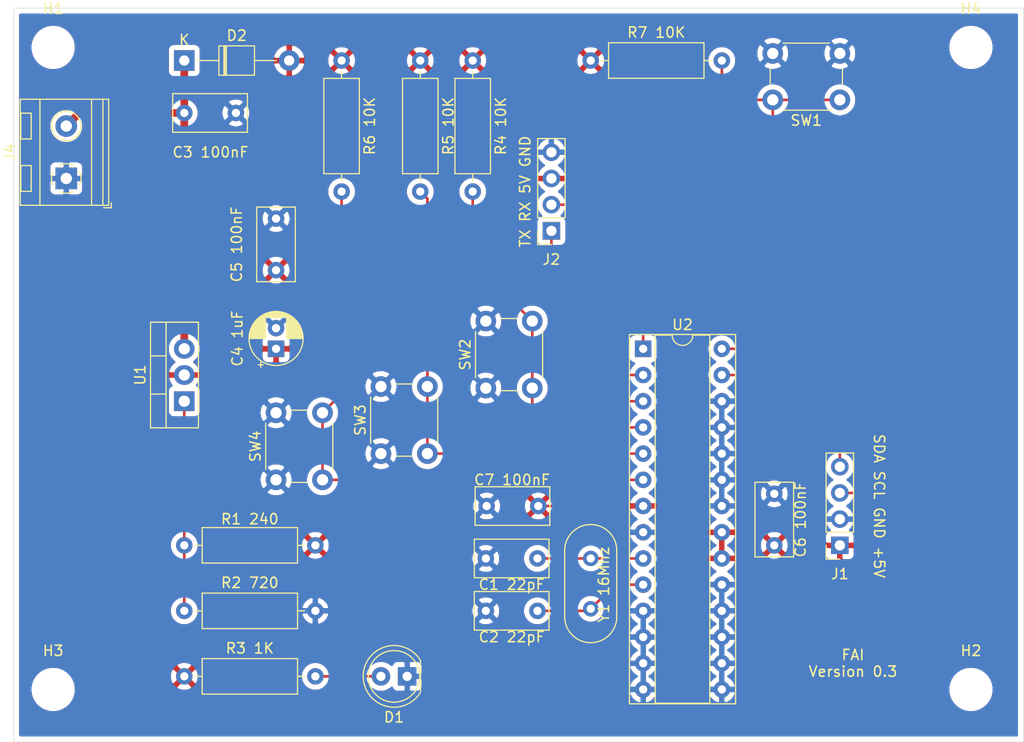
<source format=kicad_pcb>
(kicad_pcb (version 20171130) (host pcbnew "(5.1.6)-1")
  (layers (0 F.Cu signal) (31 B.Cu signal) (34 B.Paste user) (35 F.Paste user) (36 B.SilkS user) (37 F.SilkS user) (38 B.Mask user) (39 F.Mask user) (44 Edge.Cuts user))
  (net 0 "")
  (net 1 "Net-(C1-Pad2)")
  (net 2 GND)
  (net 3 "Net-(C2-Pad2)")
  (net 4 +28V)
  (net 5 +5V)
  (net 6 "Net-(D1-Pad2)")
  (net 7 "Net-(R1-Pad2)")
  (net 8 /PIN2)
  (net 9 /PIN3)
  (net 10 /PIN4)
  (net 11 /SCL)
  (net 12 /SDA)
  (net 13 "Net-(R7-Pad2)")
  (net 14 /RX)
  (net 15 /TX)
  (module Capacitor_THT:C_Rect_L7.0mm_W3.5mm_P5.00mm (layer F.Cu) (at 62.23 129.54 90)
    (fp_text reference "C5 100nF" (at 2.5 -3.81 90) (layer F.SilkS))
    (fp_text value 100nF)
    (fp_line (start 6.12 -1.87) (end 6.12 1.87) (layer F.SilkS) (width 0.12))
    (fp_line (start -1.12 -1.87) (end -1.12 1.87) (layer F.SilkS) (width 0.12))
    (fp_line (start -1.12 1.87) (end 6.12 1.87) (layer F.SilkS) (width 0.12))
    (fp_line (start -1.12 -1.87) (end 6.12 -1.87) (layer F.SilkS) (width 0.12))
    (pad 2 thru_hole circle (at 5 0 90) (size 1.6 1.6) (drill 0.8) (layers *.Cu *.Mask) (net 2 GND))
    (pad 1 thru_hole circle (at 0 0 90) (size 1.6 1.6) (drill 0.8) (layers *.Cu *.Mask) (net 5 +5V))
  )
  (module "Button THT:SW_PUSH_6mm_H5mm" (layer F.Cu) (at 62.23 149.86 90)
    (fp_text reference SW4 (at 3.25 -2 90) (layer F.SilkS))
    (fp_text value SW_Push)
    (fp_line (start 1 5.5) (end 5.5 5.5) (layer F.SilkS) (width 0.12))
    (fp_line (start -0.25 1.5) (end -0.25 3) (layer F.SilkS) (width 0.12))
    (fp_line (start 5.5 -1) (end 1 -1) (layer F.SilkS) (width 0.12))
    (fp_line (start 6.75 3) (end 6.75 1.5) (layer F.SilkS) (width 0.12))
    (pad 1 thru_hole circle (at 6.5 0 180) (size 2 2) (drill 1.1) (layers *.Cu *.Mask) (net 2 GND))
    (pad 2 thru_hole circle (at 6.5 4.5 180) (size 2 2) (drill 1.1) (layers *.Cu *.Mask) (net 10 /PIN4))
    (pad 1 thru_hole circle (at 0 0 180) (size 2 2) (drill 1.1) (layers *.Cu *.Mask) (net 2 GND))
    (pad 2 thru_hole circle (at 0 4.5 180) (size 2 2) (drill 1.1) (layers *.Cu *.Mask) (net 10 /PIN4))
  )
  (module "Connector THT:PinSocket_1x04_P2.54mm_Vertical" (layer F.Cu) (at 88.9 125.73 180)
    (fp_text reference J2 (at 0 -2.77) (layer F.SilkS))
    (fp_text value Conn_01x04_Female)
    (fp_line (start 0 -1.33) (end 1.33 -1.33) (layer F.SilkS) (width 0.12))
    (fp_line (start 1.33 -1.33) (end 1.33 0) (layer F.SilkS) (width 0.12))
    (fp_line (start 1.33 1.27) (end 1.33 8.95) (layer F.SilkS) (width 0.12))
    (fp_line (start -1.33 8.95) (end 1.33 8.95) (layer F.SilkS) (width 0.12))
    (fp_line (start -1.33 1.27) (end -1.33 8.95) (layer F.SilkS) (width 0.12))
    (fp_line (start -1.33 1.27) (end 1.33 1.27) (layer F.SilkS) (width 0.12))
    (pad 4 thru_hole oval (at 0 7.62 180) (size 1.7 1.7) (drill 1) (layers *.Cu *.Mask) (net 2 GND))
    (pad 3 thru_hole oval (at 0 5.08 180) (size 1.7 1.7) (drill 1) (layers *.Cu *.Mask) (net 5 +5V))
    (pad 2 thru_hole oval (at 0 2.54 180) (size 1.7 1.7) (drill 1) (layers *.Cu *.Mask) (net 14 /RX))
    (pad 1 thru_hole rect (at 0 0 180) (size 1.7 1.7) (drill 1) (layers *.Cu *.Mask) (net 15 /TX))
  )
  (module "Connector THT:PinSocket_1x04_P2.54mm_Vertical" (layer F.Cu) (at 116.84 156.21 180)
    (fp_text reference J1 (at 0 -2.77 180) (layer F.SilkS))
    (fp_text value Conn_01x04_Female)
    (fp_line (start 0 -1.33) (end 1.33 -1.33) (layer F.SilkS) (width 0.12))
    (fp_line (start 1.33 -1.33) (end 1.33 0) (layer F.SilkS) (width 0.12))
    (fp_line (start 1.33 1.27) (end 1.33 8.95) (layer F.SilkS) (width 0.12))
    (fp_line (start -1.33 8.95) (end 1.33 8.95) (layer F.SilkS) (width 0.12))
    (fp_line (start -1.33 1.27) (end -1.33 8.95) (layer F.SilkS) (width 0.12))
    (fp_line (start -1.33 1.27) (end 1.33 1.27) (layer F.SilkS) (width 0.12))
    (pad 4 thru_hole oval (at 0 7.62 180) (size 1.7 1.7) (drill 1) (layers *.Cu *.Mask) (net 12 /SDA))
    (pad 3 thru_hole oval (at 0 5.08 180) (size 1.7 1.7) (drill 1) (layers *.Cu *.Mask) (net 11 /SCL))
    (pad 2 thru_hole oval (at 0 2.54 180) (size 1.7 1.7) (drill 1) (layers *.Cu *.Mask) (net 2 GND))
    (pad 1 thru_hole rect (at 0 0 180) (size 1.7 1.7) (drill 1) (layers *.Cu *.Mask) (net 5 +5V))
  )
  (module Quartz:Crystal_HC49-4H_Vertical (layer F.Cu) (at 92.71 157.48 270)
    (fp_text reference "Y1 16Mhz" (at 2.54 -1.27 90) (layer F.SilkS))
    (fp_text value 16Mhz)
    (fp_line (start -0.76 2.525) (end 5.64 2.525) (layer F.SilkS) (width 0.12))
    (fp_line (start -0.76 -2.525) (end 5.64 -2.525) (layer F.SilkS) (width 0.12))
    (fp_arc (start 5.64 0) (end 5.64 -2.525) (angle 180) (layer F.SilkS) (width 0.12))
    (fp_arc (start -0.76 0) (end -0.76 -2.525) (angle -180) (layer F.SilkS) (width 0.12))
    (pad 2 thru_hole circle (at 4.88 0 270) (size 1.5 1.5) (drill 0.8) (layers *.Cu *.Mask) (net 3 "Net-(C2-Pad2)"))
    (pad 1 thru_hole circle (at 0 0 270) (size 1.5 1.5) (drill 0.8) (layers *.Cu *.Mask) (net 1 "Net-(C1-Pad2)"))
  )
  (module "TO SOT THT:TO-220-3_Vertical" (layer F.Cu) (at 53.34 142.24 90)
    (fp_text reference U1 (at 2.54 -4.27 90) (layer F.SilkS))
    (fp_text value LM317_TO-220)
    (fp_line (start 4.391 -3.27) (end 4.391 -1.76) (layer F.SilkS) (width 0.12))
    (fp_line (start 0.69 -3.27) (end 0.69 -1.76) (layer F.SilkS) (width 0.12))
    (fp_line (start -2.58 -1.76) (end 7.66 -1.76) (layer F.SilkS) (width 0.12))
    (fp_line (start 7.66 -3.27) (end 7.66 1.371) (layer F.SilkS) (width 0.12))
    (fp_line (start -2.58 -3.27) (end -2.58 1.371) (layer F.SilkS) (width 0.12))
    (fp_line (start -2.58 1.371) (end 7.66 1.371) (layer F.SilkS) (width 0.12))
    (fp_line (start -2.58 -3.27) (end 7.66 -3.27) (layer F.SilkS) (width 0.12))
    (pad 3 thru_hole oval (at 5.08 0 90) (size 1.905 2) (drill 1.1) (layers *.Cu *.Mask) (net 4 +28V))
    (pad 2 thru_hole oval (at 2.54 0 90) (size 1.905 2) (drill 1.1) (layers *.Cu *.Mask) (net 5 +5V))
    (pad 1 thru_hole rect (at 0 0 90) (size 1.905 2) (drill 1.1) (layers *.Cu *.Mask) (net 7 "Net-(R1-Pad2)"))
  )
  (module "Button THT:SW_PUSH_6mm_H5mm" (layer F.Cu) (at 72.39 147.32 90)
    (fp_text reference SW3 (at 3.25 -2 270) (layer F.SilkS))
    (fp_text value SW_Push)
    (fp_line (start 6.75 3) (end 6.75 1.5) (layer F.SilkS) (width 0.12))
    (fp_line (start 5.5 -1) (end 1 -1) (layer F.SilkS) (width 0.12))
    (fp_line (start -0.25 1.5) (end -0.25 3) (layer F.SilkS) (width 0.12))
    (fp_line (start 1 5.5) (end 5.5 5.5) (layer F.SilkS) (width 0.12))
    (pad 1 thru_hole circle (at 6.5 0 180) (size 2 2) (drill 1.1) (layers *.Cu *.Mask) (net 2 GND))
    (pad 2 thru_hole circle (at 6.5 4.5 180) (size 2 2) (drill 1.1) (layers *.Cu *.Mask) (net 9 /PIN3))
    (pad 1 thru_hole circle (at 0 0 180) (size 2 2) (drill 1.1) (layers *.Cu *.Mask) (net 2 GND))
    (pad 2 thru_hole circle (at 0 4.5 180) (size 2 2) (drill 1.1) (layers *.Cu *.Mask) (net 9 /PIN3))
  )
  (module "Button THT:SW_PUSH_6mm_H5mm" (layer F.Cu) (at 82.55 140.97 90)
    (fp_text reference SW2 (at 3.25 -2 270) (layer F.SilkS))
    (fp_text value SW_Push)
    (fp_line (start 6.75 3) (end 6.75 1.5) (layer F.SilkS) (width 0.12))
    (fp_line (start 5.5 -1) (end 1 -1) (layer F.SilkS) (width 0.12))
    (fp_line (start -0.25 1.5) (end -0.25 3) (layer F.SilkS) (width 0.12))
    (fp_line (start 1 5.5) (end 5.5 5.5) (layer F.SilkS) (width 0.12))
    (pad 1 thru_hole circle (at 6.5 0 180) (size 2 2) (drill 1.1) (layers *.Cu *.Mask) (net 2 GND))
    (pad 2 thru_hole circle (at 6.5 4.5 180) (size 2 2) (drill 1.1) (layers *.Cu *.Mask) (net 8 /PIN2))
    (pad 1 thru_hole circle (at 0 0 180) (size 2 2) (drill 1.1) (layers *.Cu *.Mask) (net 2 GND))
    (pad 2 thru_hole circle (at 0 4.5 180) (size 2 2) (drill 1.1) (layers *.Cu *.Mask) (net 8 /PIN2))
  )
  (module "Button THT:SW_PUSH_6mm_H5mm" (layer F.Cu) (at 116.84 113.03 180)
    (fp_text reference SW1 (at 3.25 -2 180) (layer F.SilkS))
    (fp_text value SW_Push_Reset)
    (fp_line (start 6.75 3) (end 6.75 1.5) (layer F.SilkS) (width 0.12))
    (fp_line (start 5.5 -1) (end 1 -1) (layer F.SilkS) (width 0.12))
    (fp_line (start -0.25 1.5) (end -0.25 3) (layer F.SilkS) (width 0.12))
    (fp_line (start 1 5.5) (end 5.5 5.5) (layer F.SilkS) (width 0.12))
    (pad 1 thru_hole circle (at 6.5 0 270) (size 2 2) (drill 1.1) (layers *.Cu *.Mask) (net 13 "Net-(R7-Pad2)"))
    (pad 2 thru_hole circle (at 6.5 4.5 270) (size 2 2) (drill 1.1) (layers *.Cu *.Mask) (net 2 GND))
    (pad 1 thru_hole circle (at 0 0 270) (size 2 2) (drill 1.1) (layers *.Cu *.Mask) (net 13 "Net-(R7-Pad2)"))
    (pad 2 thru_hole circle (at 0 4.5 270) (size 2 2) (drill 1.1) (layers *.Cu *.Mask) (net 2 GND))
  )
  (module LED:LED_D5.0mm_Clear (layer F.Cu) (at 74.93 168.91 180)
    (fp_text reference D1 (at 1.27 -3.96) (layer F.SilkS))
    (fp_text value "Power LED")
    (fp_circle (center 1.27 0) (end 3.77 0) (layer F.SilkS) (width 0.12))
    (fp_line (start -1.29 -1.545) (end -1.29 1.545) (layer F.SilkS) (width 0.12))
    (fp_arc (start 1.27 0) (end -1.29 1.54483) (angle -148.9) (layer F.SilkS) (width 0.12))
    (fp_arc (start 1.27 0) (end -1.29 -1.54483) (angle 148.9) (layer F.SilkS) (width 0.12))
    (pad 2 thru_hole circle (at 2.54 0 180) (size 1.8 1.8) (drill 0.9) (layers *.Cu *.Mask) (net 6 "Net-(D1-Pad2)"))
    (pad 1 thru_hole rect (at 0 0 180) (size 1.8 1.8) (drill 0.9) (layers *.Cu *.Mask) (net 2 GND))
  )
  (module "Capacitor THT:C_Rect_L7.0mm_W3.5mm_P5.00mm" (layer F.Cu) (at 82.55 157.48)
    (fp_text reference "C1 22pF" (at 2.5 2.54) (layer F.SilkS))
    (fp_text value 22pf)
    (fp_line (start 6.12 -1.87) (end 6.12 1.87) (layer F.SilkS) (width 0.12))
    (fp_line (start -1.12 -1.87) (end -1.12 1.87) (layer F.SilkS) (width 0.12))
    (fp_line (start -1.12 1.87) (end 6.12 1.87) (layer F.SilkS) (width 0.12))
    (fp_line (start -1.12 -1.87) (end 6.12 -1.87) (layer F.SilkS) (width 0.12))
    (pad 2 thru_hole circle (at 5 0) (size 1.6 1.6) (drill 0.8) (layers *.Cu *.Mask) (net 1 "Net-(C1-Pad2)"))
    (pad 1 thru_hole circle (at 0 0) (size 1.6 1.6) (drill 0.8) (layers *.Cu *.Mask) (net 2 GND))
  )
  (module "Capacitor THT:C_Rect_L7.0mm_W3.5mm_P5.00mm" (layer F.Cu) (at 82.55 162.56)
    (fp_text reference "C2 22pF" (at 2.5 2.54) (layer F.SilkS))
    (fp_text value 22pf)
    (fp_line (start -1.12 -1.87) (end 6.12 -1.87) (layer F.SilkS) (width 0.12))
    (fp_line (start -1.12 1.87) (end 6.12 1.87) (layer F.SilkS) (width 0.12))
    (fp_line (start -1.12 -1.87) (end -1.12 1.87) (layer F.SilkS) (width 0.12))
    (fp_line (start 6.12 -1.87) (end 6.12 1.87) (layer F.SilkS) (width 0.12))
    (pad 1 thru_hole circle (at 0 0) (size 1.6 1.6) (drill 0.8) (layers *.Cu *.Mask) (net 2 GND))
    (pad 2 thru_hole circle (at 5 0) (size 1.6 1.6) (drill 0.8) (layers *.Cu *.Mask) (net 3 "Net-(C2-Pad2)"))
  )
  (module Capacitor_THT:C_Rect_L7.0mm_W3.5mm_P5.00mm (layer F.Cu) (at 53.34 114.3)
    (fp_text reference "C3 100nF" (at 2.54 3.81) (layer F.SilkS))
    (fp_text value 100nF)
    (fp_line (start -1.12 -1.87) (end 6.12 -1.87) (layer F.SilkS) (width 0.12))
    (fp_line (start -1.12 1.87) (end 6.12 1.87) (layer F.SilkS) (width 0.12))
    (fp_line (start -1.12 -1.87) (end -1.12 1.87) (layer F.SilkS) (width 0.12))
    (fp_line (start 6.12 -1.87) (end 6.12 1.87) (layer F.SilkS) (width 0.12))
    (pad 1 thru_hole circle (at 0 0) (size 1.6 1.6) (drill 0.8) (layers *.Cu *.Mask) (net 4 +28V))
    (pad 2 thru_hole circle (at 5 0) (size 1.6 1.6) (drill 0.8) (layers *.Cu *.Mask) (net 2 GND))
  )
  (module "Capacitor THT:CP_Radial_D5.0mm_P2.00mm" (layer F.Cu) (at 62.23 137.16 90)
    (fp_text reference "C4 1uF" (at 1 -3.75 90) (layer F.SilkS))
    (fp_text value 1uF)
    (fp_circle (center 1 0) (end 3.62 0) (layer F.SilkS) (width 0.12))
    (fp_line (start 1 1.04) (end 1 2.58) (layer F.SilkS) (width 0.12))
    (fp_line (start 1 -2.58) (end 1 -1.04) (layer F.SilkS) (width 0.12))
    (fp_line (start 1.04 1.04) (end 1.04 2.58) (layer F.SilkS) (width 0.12))
    (fp_line (start 1.04 -2.58) (end 1.04 -1.04) (layer F.SilkS) (width 0.12))
    (fp_line (start 1.08 -2.579) (end 1.08 -1.04) (layer F.SilkS) (width 0.12))
    (fp_line (start 1.08 1.04) (end 1.08 2.579) (layer F.SilkS) (width 0.12))
    (fp_line (start 1.12 -2.578) (end 1.12 -1.04) (layer F.SilkS) (width 0.12))
    (fp_line (start 1.12 1.04) (end 1.12 2.578) (layer F.SilkS) (width 0.12))
    (fp_line (start 1.16 -2.576) (end 1.16 -1.04) (layer F.SilkS) (width 0.12))
    (fp_line (start 1.16 1.04) (end 1.16 2.576) (layer F.SilkS) (width 0.12))
    (fp_line (start 1.2 -2.573) (end 1.2 -1.04) (layer F.SilkS) (width 0.12))
    (fp_line (start 1.2 1.04) (end 1.2 2.573) (layer F.SilkS) (width 0.12))
    (fp_line (start 1.24 -2.569) (end 1.24 -1.04) (layer F.SilkS) (width 0.12))
    (fp_line (start 1.24 1.04) (end 1.24 2.569) (layer F.SilkS) (width 0.12))
    (fp_line (start 1.28 -2.565) (end 1.28 -1.04) (layer F.SilkS) (width 0.12))
    (fp_line (start 1.28 1.04) (end 1.28 2.565) (layer F.SilkS) (width 0.12))
    (fp_line (start 1.32 -2.561) (end 1.32 -1.04) (layer F.SilkS) (width 0.12))
    (fp_line (start 1.32 1.04) (end 1.32 2.561) (layer F.SilkS) (width 0.12))
    (fp_line (start 1.36 -2.556) (end 1.36 -1.04) (layer F.SilkS) (width 0.12))
    (fp_line (start 1.36 1.04) (end 1.36 2.556) (layer F.SilkS) (width 0.12))
    (fp_line (start 1.4 -2.55) (end 1.4 -1.04) (layer F.SilkS) (width 0.12))
    (fp_line (start 1.4 1.04) (end 1.4 2.55) (layer F.SilkS) (width 0.12))
    (fp_line (start 1.44 -2.543) (end 1.44 -1.04) (layer F.SilkS) (width 0.12))
    (fp_line (start 1.44 1.04) (end 1.44 2.543) (layer F.SilkS) (width 0.12))
    (fp_line (start 1.48 -2.536) (end 1.48 -1.04) (layer F.SilkS) (width 0.12))
    (fp_line (start 1.48 1.04) (end 1.48 2.536) (layer F.SilkS) (width 0.12))
    (fp_line (start 1.52 -2.528) (end 1.52 -1.04) (layer F.SilkS) (width 0.12))
    (fp_line (start 1.52 1.04) (end 1.52 2.528) (layer F.SilkS) (width 0.12))
    (fp_line (start 1.56 -2.52) (end 1.56 -1.04) (layer F.SilkS) (width 0.12))
    (fp_line (start 1.56 1.04) (end 1.56 2.52) (layer F.SilkS) (width 0.12))
    (fp_line (start 1.6 -2.511) (end 1.6 -1.04) (layer F.SilkS) (width 0.12))
    (fp_line (start 1.6 1.04) (end 1.6 2.511) (layer F.SilkS) (width 0.12))
    (fp_line (start 1.64 -2.501) (end 1.64 -1.04) (layer F.SilkS) (width 0.12))
    (fp_line (start 1.64 1.04) (end 1.64 2.501) (layer F.SilkS) (width 0.12))
    (fp_line (start 1.68 -2.491) (end 1.68 -1.04) (layer F.SilkS) (width 0.12))
    (fp_line (start 1.68 1.04) (end 1.68 2.491) (layer F.SilkS) (width 0.12))
    (fp_line (start 1.721 -2.48) (end 1.721 -1.04) (layer F.SilkS) (width 0.12))
    (fp_line (start 1.721 1.04) (end 1.721 2.48) (layer F.SilkS) (width 0.12))
    (fp_line (start 1.761 -2.468) (end 1.761 -1.04) (layer F.SilkS) (width 0.12))
    (fp_line (start 1.761 1.04) (end 1.761 2.468) (layer F.SilkS) (width 0.12))
    (fp_line (start 1.801 -2.455) (end 1.801 -1.04) (layer F.SilkS) (width 0.12))
    (fp_line (start 1.801 1.04) (end 1.801 2.455) (layer F.SilkS) (width 0.12))
    (fp_line (start 1.841 -2.442) (end 1.841 -1.04) (layer F.SilkS) (width 0.12))
    (fp_line (start 1.841 1.04) (end 1.841 2.442) (layer F.SilkS) (width 0.12))
    (fp_line (start 1.881 -2.428) (end 1.881 -1.04) (layer F.SilkS) (width 0.12))
    (fp_line (start 1.881 1.04) (end 1.881 2.428) (layer F.SilkS) (width 0.12))
    (fp_line (start 1.921 -2.414) (end 1.921 -1.04) (layer F.SilkS) (width 0.12))
    (fp_line (start 1.921 1.04) (end 1.921 2.414) (layer F.SilkS) (width 0.12))
    (fp_line (start 1.961 -2.398) (end 1.961 -1.04) (layer F.SilkS) (width 0.12))
    (fp_line (start 1.961 1.04) (end 1.961 2.398) (layer F.SilkS) (width 0.12))
    (fp_line (start 2.001 -2.382) (end 2.001 -1.04) (layer F.SilkS) (width 0.12))
    (fp_line (start 2.001 1.04) (end 2.001 2.382) (layer F.SilkS) (width 0.12))
    (fp_line (start 2.041 -2.365) (end 2.041 -1.04) (layer F.SilkS) (width 0.12))
    (fp_line (start 2.041 1.04) (end 2.041 2.365) (layer F.SilkS) (width 0.12))
    (fp_line (start 2.081 -2.348) (end 2.081 -1.04) (layer F.SilkS) (width 0.12))
    (fp_line (start 2.081 1.04) (end 2.081 2.348) (layer F.SilkS) (width 0.12))
    (fp_line (start 2.121 -2.329) (end 2.121 -1.04) (layer F.SilkS) (width 0.12))
    (fp_line (start 2.121 1.04) (end 2.121 2.329) (layer F.SilkS) (width 0.12))
    (fp_line (start 2.161 -2.31) (end 2.161 -1.04) (layer F.SilkS) (width 0.12))
    (fp_line (start 2.161 1.04) (end 2.161 2.31) (layer F.SilkS) (width 0.12))
    (fp_line (start 2.201 -2.29) (end 2.201 -1.04) (layer F.SilkS) (width 0.12))
    (fp_line (start 2.201 1.04) (end 2.201 2.29) (layer F.SilkS) (width 0.12))
    (fp_line (start 2.241 -2.268) (end 2.241 -1.04) (layer F.SilkS) (width 0.12))
    (fp_line (start 2.241 1.04) (end 2.241 2.268) (layer F.SilkS) (width 0.12))
    (fp_line (start 2.281 -2.247) (end 2.281 -1.04) (layer F.SilkS) (width 0.12))
    (fp_line (start 2.281 1.04) (end 2.281 2.247) (layer F.SilkS) (width 0.12))
    (fp_line (start 2.321 -2.224) (end 2.321 -1.04) (layer F.SilkS) (width 0.12))
    (fp_line (start 2.321 1.04) (end 2.321 2.224) (layer F.SilkS) (width 0.12))
    (fp_line (start 2.361 -2.2) (end 2.361 -1.04) (layer F.SilkS) (width 0.12))
    (fp_line (start 2.361 1.04) (end 2.361 2.2) (layer F.SilkS) (width 0.12))
    (fp_line (start 2.401 -2.175) (end 2.401 -1.04) (layer F.SilkS) (width 0.12))
    (fp_line (start 2.401 1.04) (end 2.401 2.175) (layer F.SilkS) (width 0.12))
    (fp_line (start 2.441 -2.149) (end 2.441 -1.04) (layer F.SilkS) (width 0.12))
    (fp_line (start 2.441 1.04) (end 2.441 2.149) (layer F.SilkS) (width 0.12))
    (fp_line (start 2.481 -2.122) (end 2.481 -1.04) (layer F.SilkS) (width 0.12))
    (fp_line (start 2.481 1.04) (end 2.481 2.122) (layer F.SilkS) (width 0.12))
    (fp_line (start 2.521 -2.095) (end 2.521 -1.04) (layer F.SilkS) (width 0.12))
    (fp_line (start 2.521 1.04) (end 2.521 2.095) (layer F.SilkS) (width 0.12))
    (fp_line (start 2.561 -2.065) (end 2.561 -1.04) (layer F.SilkS) (width 0.12))
    (fp_line (start 2.561 1.04) (end 2.561 2.065) (layer F.SilkS) (width 0.12))
    (fp_line (start 2.601 -2.035) (end 2.601 -1.04) (layer F.SilkS) (width 0.12))
    (fp_line (start 2.601 1.04) (end 2.601 2.035) (layer F.SilkS) (width 0.12))
    (fp_line (start 2.641 -2.004) (end 2.641 -1.04) (layer F.SilkS) (width 0.12))
    (fp_line (start 2.641 1.04) (end 2.641 2.004) (layer F.SilkS) (width 0.12))
    (fp_line (start 2.681 -1.971) (end 2.681 -1.04) (layer F.SilkS) (width 0.12))
    (fp_line (start 2.681 1.04) (end 2.681 1.971) (layer F.SilkS) (width 0.12))
    (fp_line (start 2.721 -1.937) (end 2.721 -1.04) (layer F.SilkS) (width 0.12))
    (fp_line (start 2.721 1.04) (end 2.721 1.937) (layer F.SilkS) (width 0.12))
    (fp_line (start 2.761 -1.901) (end 2.761 -1.04) (layer F.SilkS) (width 0.12))
    (fp_line (start 2.761 1.04) (end 2.761 1.901) (layer F.SilkS) (width 0.12))
    (fp_line (start 2.801 -1.864) (end 2.801 -1.04) (layer F.SilkS) (width 0.12))
    (fp_line (start 2.801 1.04) (end 2.801 1.864) (layer F.SilkS) (width 0.12))
    (fp_line (start 2.841 -1.826) (end 2.841 -1.04) (layer F.SilkS) (width 0.12))
    (fp_line (start 2.841 1.04) (end 2.841 1.826) (layer F.SilkS) (width 0.12))
    (fp_line (start 2.881 -1.785) (end 2.881 -1.04) (layer F.SilkS) (width 0.12))
    (fp_line (start 2.881 1.04) (end 2.881 1.785) (layer F.SilkS) (width 0.12))
    (fp_line (start 2.921 -1.743) (end 2.921 -1.04) (layer F.SilkS) (width 0.12))
    (fp_line (start 2.921 1.04) (end 2.921 1.743) (layer F.SilkS) (width 0.12))
    (fp_line (start 2.961 -1.699) (end 2.961 -1.04) (layer F.SilkS) (width 0.12))
    (fp_line (start 2.961 1.04) (end 2.961 1.699) (layer F.SilkS) (width 0.12))
    (fp_line (start 3.001 -1.653) (end 3.001 -1.04) (layer F.SilkS) (width 0.12))
    (fp_line (start 3.001 1.04) (end 3.001 1.653) (layer F.SilkS) (width 0.12))
    (fp_line (start 3.041 -1.605) (end 3.041 1.605) (layer F.SilkS) (width 0.12))
    (fp_line (start 3.081 -1.554) (end 3.081 1.554) (layer F.SilkS) (width 0.12))
    (fp_line (start 3.121 -1.5) (end 3.121 1.5) (layer F.SilkS) (width 0.12))
    (fp_line (start 3.161 -1.443) (end 3.161 1.443) (layer F.SilkS) (width 0.12))
    (fp_line (start 3.201 -1.383) (end 3.201 1.383) (layer F.SilkS) (width 0.12))
    (fp_line (start 3.241 -1.319) (end 3.241 1.319) (layer F.SilkS) (width 0.12))
    (fp_line (start 3.281 -1.251) (end 3.281 1.251) (layer F.SilkS) (width 0.12))
    (fp_line (start 3.321 -1.178) (end 3.321 1.178) (layer F.SilkS) (width 0.12))
    (fp_line (start 3.361 -1.098) (end 3.361 1.098) (layer F.SilkS) (width 0.12))
    (fp_line (start 3.401 -1.011) (end 3.401 1.011) (layer F.SilkS) (width 0.12))
    (fp_line (start 3.441 -0.915) (end 3.441 0.915) (layer F.SilkS) (width 0.12))
    (fp_line (start 3.481 -0.805) (end 3.481 0.805) (layer F.SilkS) (width 0.12))
    (fp_line (start 3.521 -0.677) (end 3.521 0.677) (layer F.SilkS) (width 0.12))
    (fp_line (start 3.561 -0.518) (end 3.561 0.518) (layer F.SilkS) (width 0.12))
    (fp_line (start 3.601 -0.284) (end 3.601 0.284) (layer F.SilkS) (width 0.12))
    (fp_line (start -1.804775 -1.475) (end -1.304775 -1.475) (layer F.SilkS) (width 0.12))
    (fp_line (start -1.554775 -1.725) (end -1.554775 -1.225) (layer F.SilkS) (width 0.12))
    (pad 1 thru_hole rect (at 0 0 90) (size 1.6 1.6) (drill 0.8) (layers *.Cu *.Mask) (net 5 +5V))
    (pad 2 thru_hole circle (at 2 0 90) (size 1.6 1.6) (drill 0.8) (layers *.Cu *.Mask) (net 2 GND))
  )
  (module Capacitor_THT:C_Rect_L7.0mm_W3.5mm_P5.00mm (layer F.Cu) (at 110.49 156.21 90)
    (fp_text reference "C6 100nF" (at 2.5 2.54 90) (layer F.SilkS))
    (fp_text value 100nF)
    (fp_line (start -1.12 -1.87) (end 6.12 -1.87) (layer F.SilkS) (width 0.12))
    (fp_line (start -1.12 1.87) (end 6.12 1.87) (layer F.SilkS) (width 0.12))
    (fp_line (start -1.12 -1.87) (end -1.12 1.87) (layer F.SilkS) (width 0.12))
    (fp_line (start 6.12 -1.87) (end 6.12 1.87) (layer F.SilkS) (width 0.12))
    (pad 1 thru_hole circle (at 0 0 90) (size 1.6 1.6) (drill 0.8) (layers *.Cu *.Mask) (net 5 +5V))
    (pad 2 thru_hole circle (at 5 0 90) (size 1.6 1.6) (drill 0.8) (layers *.Cu *.Mask) (net 2 GND))
  )
  (module Capacitor_THT:C_Rect_L7.0mm_W3.5mm_P5.00mm (layer F.Cu) (at 87.63 152.4 180)
    (fp_text reference "C7 100nF" (at 2.54 2.54) (layer F.SilkS))
    (fp_text value 100nF)
    (fp_line (start 6.12 -1.87) (end 6.12 1.87) (layer F.SilkS) (width 0.12))
    (fp_line (start -1.12 -1.87) (end -1.12 1.87) (layer F.SilkS) (width 0.12))
    (fp_line (start -1.12 1.87) (end 6.12 1.87) (layer F.SilkS) (width 0.12))
    (fp_line (start -1.12 -1.87) (end 6.12 -1.87) (layer F.SilkS) (width 0.12))
    (pad 2 thru_hole circle (at 5 0 180) (size 1.6 1.6) (drill 0.8) (layers *.Cu *.Mask) (net 2 GND))
    (pad 1 thru_hole circle (at 0 0 180) (size 1.6 1.6) (drill 0.8) (layers *.Cu *.Mask) (net 5 +5V))
  )
  (module Package_DIP:DIP-28_W7.62mm_Socket (layer F.Cu) (at 97.79 137.16)
    (fp_text reference U2 (at 3.81 -2.33) (layer F.SilkS))
    (fp_text value ATmega328P-PU)
    (fp_line (start 2.81 -1.33) (end 1.16 -1.33) (layer F.SilkS) (width 0.12))
    (fp_line (start 1.16 -1.33) (end 1.16 34.35) (layer F.SilkS) (width 0.12))
    (fp_line (start 1.16 34.35) (end 6.46 34.35) (layer F.SilkS) (width 0.12))
    (fp_line (start 6.46 34.35) (end 6.46 -1.33) (layer F.SilkS) (width 0.12))
    (fp_line (start 6.46 -1.33) (end 4.81 -1.33) (layer F.SilkS) (width 0.12))
    (fp_line (start -1.33 -1.39) (end -1.33 34.41) (layer F.SilkS) (width 0.12))
    (fp_line (start -1.33 34.41) (end 8.95 34.41) (layer F.SilkS) (width 0.12))
    (fp_line (start 8.95 34.41) (end 8.95 -1.39) (layer F.SilkS) (width 0.12))
    (fp_line (start 8.95 -1.39) (end -1.33 -1.39) (layer F.SilkS) (width 0.12))
    (fp_arc (start 3.81 -1.33) (end 2.81 -1.33) (angle -180) (layer F.SilkS) (width 0.12))
    (pad 1 thru_hole rect (at 0 0) (size 1.6 1.6) (drill 0.8) (layers *.Cu *.Mask) (net 13 "Net-(R7-Pad2)"))
    (pad 15 thru_hole oval (at 7.62 33.02) (size 1.6 1.6) (drill 0.8) (layers *.Cu *.Mask) (net 2 GND))
    (pad 2 thru_hole oval (at 0 2.54) (size 1.6 1.6) (drill 0.8) (layers *.Cu *.Mask) (net 14 /RX))
    (pad 16 thru_hole oval (at 7.62 30.48) (size 1.6 1.6) (drill 0.8) (layers *.Cu *.Mask) (net 2 GND))
    (pad 3 thru_hole oval (at 0 5.08) (size 1.6 1.6) (drill 0.8) (layers *.Cu *.Mask) (net 15 /TX))
    (pad 17 thru_hole oval (at 7.62 27.94) (size 1.6 1.6) (drill 0.8) (layers *.Cu *.Mask) (net 2 GND))
    (pad 4 thru_hole oval (at 0 7.62) (size 1.6 1.6) (drill 0.8) (layers *.Cu *.Mask) (net 8 /PIN2))
    (pad 18 thru_hole oval (at 7.62 25.4) (size 1.6 1.6) (drill 0.8) (layers *.Cu *.Mask) (net 2 GND))
    (pad 5 thru_hole oval (at 0 10.16) (size 1.6 1.6) (drill 0.8) (layers *.Cu *.Mask) (net 9 /PIN3))
    (pad 19 thru_hole oval (at 7.62 22.86) (size 1.6 1.6) (drill 0.8) (layers *.Cu *.Mask) (net 2 GND))
    (pad 6 thru_hole oval (at 0 12.7) (size 1.6 1.6) (drill 0.8) (layers *.Cu *.Mask) (net 10 /PIN4))
    (pad 20 thru_hole oval (at 7.62 20.32) (size 1.6 1.6) (drill 0.8) (layers *.Cu *.Mask) (net 5 +5V))
    (pad 7 thru_hole oval (at 0 15.24) (size 1.6 1.6) (drill 0.8) (layers *.Cu *.Mask) (net 5 +5V))
    (pad 21 thru_hole oval (at 7.62 17.78) (size 1.6 1.6) (drill 0.8) (layers *.Cu *.Mask) (net 5 +5V))
    (pad 8 thru_hole oval (at 0 17.78) (size 1.6 1.6) (drill 0.8) (layers *.Cu *.Mask) (net 2 GND))
    (pad 22 thru_hole oval (at 7.62 15.24) (size 1.6 1.6) (drill 0.8) (layers *.Cu *.Mask) (net 2 GND))
    (pad 9 thru_hole oval (at 0 20.32) (size 1.6 1.6) (drill 0.8) (layers *.Cu *.Mask) (net 1 "Net-(C1-Pad2)"))
    (pad 23 thru_hole oval (at 7.62 12.7) (size 1.6 1.6) (drill 0.8) (layers *.Cu *.Mask) (net 2 GND))
    (pad 10 thru_hole oval (at 0 22.86) (size 1.6 1.6) (drill 0.8) (layers *.Cu *.Mask) (net 3 "Net-(C2-Pad2)"))
    (pad 24 thru_hole oval (at 7.62 10.16) (size 1.6 1.6) (drill 0.8) (layers *.Cu *.Mask) (net 2 GND))
    (pad 11 thru_hole oval (at 0 25.4) (size 1.6 1.6) (drill 0.8) (layers *.Cu *.Mask) (net 2 GND))
    (pad 25 thru_hole oval (at 7.62 7.62) (size 1.6 1.6) (drill 0.8) (layers *.Cu *.Mask) (net 2 GND))
    (pad 12 thru_hole oval (at 0 27.94) (size 1.6 1.6) (drill 0.8) (layers *.Cu *.Mask) (net 2 GND))
    (pad 26 thru_hole oval (at 7.62 5.08) (size 1.6 1.6) (drill 0.8) (layers *.Cu *.Mask) (net 2 GND))
    (pad 13 thru_hole oval (at 0 30.48) (size 1.6 1.6) (drill 0.8) (layers *.Cu *.Mask) (net 2 GND))
    (pad 27 thru_hole oval (at 7.62 2.54) (size 1.6 1.6) (drill 0.8) (layers *.Cu *.Mask) (net 12 /SDA))
    (pad 14 thru_hole oval (at 0 33.02) (size 1.6 1.6) (drill 0.8) (layers *.Cu *.Mask) (net 2 GND))
    (pad 28 thru_hole oval (at 7.62 0) (size 1.6 1.6) (drill 0.8) (layers *.Cu *.Mask) (net 11 /SCL))
  )
  (module "Diode THT:D_T-1_P10.16mm_Horizontal" (layer F.Cu) (at 53.34 109.22)
    (fp_text reference D2 (at 5.08 -2.42) (layer F.SilkS))
    (fp_text value D)
    (fp_line (start 3.36 -1.42) (end 3.36 1.42) (layer F.SilkS) (width 0.12))
    (fp_line (start 3.36 1.42) (end 6.8 1.42) (layer F.SilkS) (width 0.12))
    (fp_line (start 6.8 1.42) (end 6.8 -1.42) (layer F.SilkS) (width 0.12))
    (fp_line (start 6.8 -1.42) (end 3.36 -1.42) (layer F.SilkS) (width 0.12))
    (fp_line (start 1.24 0) (end 3.36 0) (layer F.SilkS) (width 0.12))
    (fp_line (start 8.92 0) (end 6.8 0) (layer F.SilkS) (width 0.12))
    (fp_line (start 3.96 -1.42) (end 3.96 1.42) (layer F.SilkS) (width 0.12))
    (fp_line (start 4.08 -1.42) (end 4.08 1.42) (layer F.SilkS) (width 0.12))
    (fp_line (start 3.84 -1.42) (end 3.84 1.42) (layer F.SilkS) (width 0.12))
    (fp_text user K (at 0 -2) (layer F.SilkS))
    (pad 1 thru_hole rect (at 0 0) (size 2 2) (drill 1) (layers *.Cu *.Mask) (net 4 +28V))
    (pad 2 thru_hole oval (at 10.16 0) (size 2 2) (drill 1) (layers *.Cu *.Mask) (net 5 +5V))
  )
  (module MountingHole:MountingHole_3.2mm_M3_ISO14580 (layer F.Cu) (at 40.64 107.95)
    (fp_text reference H1 (at 0 -3.75) (layer F.SilkS))
    (fp_text value MountingHole)
    (pad 1 np_thru_hole circle (at 0 0) (size 3.2 3.2) (drill 3.2) (layers *.Cu *.Mask))
  )
  (module MountingHole:MountingHole_3.2mm_M3_ISO14580 (layer F.Cu) (at 129.54 170.18)
    (fp_text reference H2 (at 0 -3.75) (layer F.SilkS))
    (fp_text value MountingHole)
    (pad 1 np_thru_hole circle (at 0 0) (size 3.2 3.2) (drill 3.2) (layers *.Cu *.Mask))
  )
  (module MountingHole:MountingHole_3.2mm_M3_ISO14580 (layer F.Cu) (at 40.64 170.18)
    (fp_text reference H3 (at 0 -3.75) (layer F.SilkS))
    (fp_text value MountingHole)
    (pad 1 np_thru_hole circle (at 0 0) (size 3.2 3.2) (drill 3.2) (layers *.Cu *.Mask))
  )
  (module MountingHole:MountingHole_3.2mm_M3_ISO14580 (layer F.Cu) (at 129.54 107.95)
    (fp_text reference H4 (at 0 -3.75) (layer F.SilkS))
    (fp_text value MountingHole)
    (pad 1 np_thru_hole circle (at 0 0) (size 3.2 3.2) (drill 3.2) (layers *.Cu *.Mask))
  )
  (module Resistor:R_Axial_DIN0309_L9.0mm_D3.2mm_P12.70mm_Horizontal (layer F.Cu) (at 66.04 156.21 180)
    (fp_text reference "R1 240" (at 6.35 2.54) (layer F.SilkS))
    (fp_text value 240)
    (fp_line (start 11.66 0) (end 10.97 0) (layer F.SilkS) (width 0.12))
    (fp_line (start 1.04 0) (end 1.73 0) (layer F.SilkS) (width 0.12))
    (fp_line (start 10.97 -1.72) (end 1.73 -1.72) (layer F.SilkS) (width 0.12))
    (fp_line (start 10.97 1.72) (end 10.97 -1.72) (layer F.SilkS) (width 0.12))
    (fp_line (start 1.73 1.72) (end 10.97 1.72) (layer F.SilkS) (width 0.12))
    (fp_line (start 1.73 -1.72) (end 1.73 1.72) (layer F.SilkS) (width 0.12))
    (pad 1 thru_hole circle (at 0 0 180) (size 1.6 1.6) (drill 0.8) (layers *.Cu *.Mask) (net 5 +5V))
    (pad 2 thru_hole oval (at 12.7 0 180) (size 1.6 1.6) (drill 0.8) (layers *.Cu *.Mask) (net 7 "Net-(R1-Pad2)"))
  )
  (module Resistor:R_Axial_DIN0309_L9.0mm_D3.2mm_P12.70mm_Horizontal (layer F.Cu) (at 53.34 162.56)
    (fp_text reference "R2 720" (at 6.35 -2.72) (layer F.SilkS))
    (fp_text value 720)
    (fp_line (start 1.73 -1.72) (end 1.73 1.72) (layer F.SilkS) (width 0.12))
    (fp_line (start 1.73 1.72) (end 10.97 1.72) (layer F.SilkS) (width 0.12))
    (fp_line (start 10.97 1.72) (end 10.97 -1.72) (layer F.SilkS) (width 0.12))
    (fp_line (start 10.97 -1.72) (end 1.73 -1.72) (layer F.SilkS) (width 0.12))
    (fp_line (start 1.04 0) (end 1.73 0) (layer F.SilkS) (width 0.12))
    (fp_line (start 11.66 0) (end 10.97 0) (layer F.SilkS) (width 0.12))
    (pad 2 thru_hole oval (at 12.7 0) (size 1.6 1.6) (drill 0.8) (layers *.Cu *.Mask) (net 2 GND))
    (pad 1 thru_hole circle (at 0 0) (size 1.6 1.6) (drill 0.8) (layers *.Cu *.Mask) (net 7 "Net-(R1-Pad2)"))
  )
  (module Resistor:R_Axial_DIN0309_L9.0mm_D3.2mm_P12.70mm_Horizontal (layer F.Cu) (at 53.34 168.91)
    (fp_text reference "R3 1K" (at 6.35 -2.72 180) (layer F.SilkS))
    (fp_text value 1K)
    (fp_line (start 11.66 0) (end 10.97 0) (layer F.SilkS) (width 0.12))
    (fp_line (start 1.04 0) (end 1.73 0) (layer F.SilkS) (width 0.12))
    (fp_line (start 10.97 -1.72) (end 1.73 -1.72) (layer F.SilkS) (width 0.12))
    (fp_line (start 10.97 1.72) (end 10.97 -1.72) (layer F.SilkS) (width 0.12))
    (fp_line (start 1.73 1.72) (end 10.97 1.72) (layer F.SilkS) (width 0.12))
    (fp_line (start 1.73 -1.72) (end 1.73 1.72) (layer F.SilkS) (width 0.12))
    (pad 1 thru_hole circle (at 0 0) (size 1.6 1.6) (drill 0.8) (layers *.Cu *.Mask) (net 5 +5V))
    (pad 2 thru_hole oval (at 12.7 0) (size 1.6 1.6) (drill 0.8) (layers *.Cu *.Mask) (net 6 "Net-(D1-Pad2)"))
  )
  (module Resistor:R_Axial_DIN0309_L9.0mm_D3.2mm_P12.70mm_Horizontal (layer F.Cu) (at 81.28 109.22 270)
    (fp_text reference "R4 10K" (at 6.35 -2.72 90) (layer F.SilkS))
    (fp_text value 10k)
    (fp_line (start 1.73 -1.72) (end 1.73 1.72) (layer F.SilkS) (width 0.12))
    (fp_line (start 1.73 1.72) (end 10.97 1.72) (layer F.SilkS) (width 0.12))
    (fp_line (start 10.97 1.72) (end 10.97 -1.72) (layer F.SilkS) (width 0.12))
    (fp_line (start 10.97 -1.72) (end 1.73 -1.72) (layer F.SilkS) (width 0.12))
    (fp_line (start 1.04 0) (end 1.73 0) (layer F.SilkS) (width 0.12))
    (fp_line (start 11.66 0) (end 10.97 0) (layer F.SilkS) (width 0.12))
    (pad 2 thru_hole oval (at 12.7 0 270) (size 1.6 1.6) (drill 0.8) (layers *.Cu *.Mask) (net 8 /PIN2))
    (pad 1 thru_hole circle (at 0 0 270) (size 1.6 1.6) (drill 0.8) (layers *.Cu *.Mask) (net 5 +5V))
  )
  (module Resistor:R_Axial_DIN0309_L9.0mm_D3.2mm_P12.70mm_Horizontal (layer F.Cu) (at 76.2 109.22 270)
    (fp_text reference "R5 10K" (at 6.35 -2.72 90) (layer F.SilkS))
    (fp_text value 10k)
    (fp_line (start 11.66 0) (end 10.97 0) (layer F.SilkS) (width 0.12))
    (fp_line (start 1.04 0) (end 1.73 0) (layer F.SilkS) (width 0.12))
    (fp_line (start 10.97 -1.72) (end 1.73 -1.72) (layer F.SilkS) (width 0.12))
    (fp_line (start 10.97 1.72) (end 10.97 -1.72) (layer F.SilkS) (width 0.12))
    (fp_line (start 1.73 1.72) (end 10.97 1.72) (layer F.SilkS) (width 0.12))
    (fp_line (start 1.73 -1.72) (end 1.73 1.72) (layer F.SilkS) (width 0.12))
    (pad 1 thru_hole circle (at 0 0 270) (size 1.6 1.6) (drill 0.8) (layers *.Cu *.Mask) (net 5 +5V))
    (pad 2 thru_hole oval (at 12.7 0 270) (size 1.6 1.6) (drill 0.8) (layers *.Cu *.Mask) (net 9 /PIN3))
  )
  (module Resistor:R_Axial_DIN0309_L9.0mm_D3.2mm_P12.70mm_Horizontal (layer F.Cu) (at 68.58 109.22 270)
    (fp_text reference "R6 10K" (at 6.35 -2.72 90) (layer F.SilkS))
    (fp_text value 10k)
    (fp_line (start 1.73 -1.72) (end 1.73 1.72) (layer F.SilkS) (width 0.12))
    (fp_line (start 1.73 1.72) (end 10.97 1.72) (layer F.SilkS) (width 0.12))
    (fp_line (start 10.97 1.72) (end 10.97 -1.72) (layer F.SilkS) (width 0.12))
    (fp_line (start 10.97 -1.72) (end 1.73 -1.72) (layer F.SilkS) (width 0.12))
    (fp_line (start 1.04 0) (end 1.73 0) (layer F.SilkS) (width 0.12))
    (fp_line (start 11.66 0) (end 10.97 0) (layer F.SilkS) (width 0.12))
    (pad 2 thru_hole oval (at 12.7 0 270) (size 1.6 1.6) (drill 0.8) (layers *.Cu *.Mask) (net 10 /PIN4))
    (pad 1 thru_hole circle (at 0 0 270) (size 1.6 1.6) (drill 0.8) (layers *.Cu *.Mask) (net 5 +5V))
  )
  (module TerminalBlock_RND:TerminalBlock_RND_205-00232_1x02_P5.08mm_Horizontal (layer F.Cu) (at 41.91 120.65 90)
    (fp_text reference J4 (at 2.54 -5.46 90) (layer F.SilkS))
    (fp_text value Screw_Terminal_01x02)
    (fp_line (start -2.84 4.35) (end -2.34 4.35) (layer F.SilkS) (width 0.12))
    (fp_line (start -2.84 3.61) (end -2.84 4.35) (layer F.SilkS) (width 0.12))
    (fp_line (start 6.33 -4.4) (end 6.33 -3.4) (layer F.SilkS) (width 0.12))
    (fp_line (start 3.83 -4.4) (end 3.83 -3.4) (layer F.SilkS) (width 0.12))
    (fp_line (start 3.83 -3.4) (end 6.33 -3.4) (layer F.SilkS) (width 0.12))
    (fp_line (start 3.83 -4.4) (end 6.33 -4.4) (layer F.SilkS) (width 0.12))
    (fp_line (start 4.056 0.85) (end 3.996 0.91) (layer F.SilkS) (width 0.12))
    (fp_line (start 5.991 -1.085) (end 5.951 -1.045) (layer F.SilkS) (width 0.12))
    (fp_line (start 4.21 1.045) (end 4.17 1.085) (layer F.SilkS) (width 0.12))
    (fp_line (start 6.165 -0.91) (end 6.105 -0.851) (layer F.SilkS) (width 0.12))
    (fp_line (start 1.25 -4.4) (end 1.25 -3.4) (layer F.SilkS) (width 0.12))
    (fp_line (start -1.25 -4.4) (end -1.25 -3.4) (layer F.SilkS) (width 0.12))
    (fp_line (start -1.25 -3.4) (end 1.25 -3.4) (layer F.SilkS) (width 0.12))
    (fp_line (start -1.25 -4.4) (end 1.25 -4.4) (layer F.SilkS) (width 0.12))
    (fp_line (start 7.68 -4.46) (end 7.68 4.11) (layer F.SilkS) (width 0.12))
    (fp_line (start -2.6 -4.46) (end -2.6 4.11) (layer F.SilkS) (width 0.12))
    (fp_line (start -2.6 4.11) (end 7.68 4.11) (layer F.SilkS) (width 0.12))
    (fp_line (start -2.6 -4.46) (end 7.68 -4.46) (layer F.SilkS) (width 0.12))
    (fp_line (start -2.6 -2.55) (end 7.68 -2.55) (layer F.SilkS) (width 0.12))
    (fp_line (start -2.6 2.45) (end 7.68 2.45) (layer F.SilkS) (width 0.12))
    (fp_line (start -2.6 3.55) (end 7.68 3.55) (layer F.SilkS) (width 0.12))
    (fp_circle (center 5.08 0) (end 6.51 0) (layer F.SilkS) (width 0.12))
    (fp_arc (start 0 0) (end 0 1.43) (angle -26) (layer F.SilkS) (width 0.12))
    (fp_arc (start 0 0) (end 1.286 0.627) (angle -52) (layer F.SilkS) (width 0.12))
    (fp_arc (start 0 0) (end 0.627 -1.286) (angle -52) (layer F.SilkS) (width 0.12))
    (fp_arc (start 0 0) (end -1.286 -0.628) (angle -52) (layer F.SilkS) (width 0.12))
    (fp_arc (start 0 0) (end -0.628 1.286) (angle -27) (layer F.SilkS) (width 0.12))
    (pad 1 thru_hole rect (at 0 0 90) (size 2.1 2.1) (drill 1.1) (layers *.Cu *.Mask) (net 2 GND))
    (pad 2 thru_hole circle (at 5.08 0 90) (size 2.1 2.1) (drill 1.1) (layers *.Cu *.Mask) (net 4 +28V))
  )
  (module Resistor:R_Axial_DIN0309_L9.0mm_D3.2mm_P12.70mm_Horizontal (layer F.Cu) (at 92.71 109.22)
    (fp_text reference "R7 10K" (at 6.35 -2.72) (layer F.SilkS))
    (fp_text value 10k)
    (fp_line (start 11.66 0) (end 10.97 0) (layer F.SilkS) (width 0.12))
    (fp_line (start 1.04 0) (end 1.73 0) (layer F.SilkS) (width 0.12))
    (fp_line (start 10.97 -1.72) (end 1.73 -1.72) (layer F.SilkS) (width 0.12))
    (fp_line (start 10.97 1.72) (end 10.97 -1.72) (layer F.SilkS) (width 0.12))
    (fp_line (start 1.73 1.72) (end 10.97 1.72) (layer F.SilkS) (width 0.12))
    (fp_line (start 1.73 -1.72) (end 1.73 1.72) (layer F.SilkS) (width 0.12))
    (pad 1 thru_hole circle (at 0 0) (size 1.6 1.6) (drill 0.8) (layers *.Cu *.Mask) (net 5 +5V))
    (pad 2 thru_hole oval (at 12.7 0) (size 1.6 1.6) (drill 0.8) (layers *.Cu *.Mask) (net 13 "Net-(R7-Pad2)"))
  )
  (gr_text "SDA SCL GND +5V" (at 120.65 152.4 270) (layer F.SilkS) (effects (font (size 1 1))))
  (gr_text "FAI\nVersion 0.3" (at 118.11 167.64) (layer F.SilkS) (effects (font (size 1 1))))
  (gr_text "TX RX 5V GND" (at 86.36 121.92 90) (layer F.SilkS) (effects (font (size 1 1))))
  (gr_line (start 36.83 175.26) (end 36.83 104.14) (angle 90) (layer Edge.Cuts) (width 0.05))
  (gr_line (start 38.1 175.26) (end 36.83 175.26) (angle 90) (layer Edge.Cuts) (width 0.05))
  (gr_line (start 134.62 175.26) (end 38.1 175.26) (angle 90) (layer Edge.Cuts) (width 0.05))
  (gr_line (start 134.62 104.14) (end 134.62 175.26) (angle 90) (layer Edge.Cuts) (width 0.05))
  (gr_line (start 36.83 104.14) (end 134.62 104.14) (angle 90) (layer Edge.Cuts) (width 0.05))
  (segment (start 97.79 157.48) (end 92.71 157.48) (width 0.25) (layer F.Cu) (net 1))
  (segment (start 87.55 157.48) (end 92.71 157.48) (width 0.25) (layer F.Cu) (net 1))
  (via (at 105.41 167.64) (size 0.8) (drill 0.4) (layers F.Cu B.Cu) (net 2))
  (via (at 105.41 170.18) (size 0.8) (drill 0.4) (layers F.Cu B.Cu) (net 2))
  (segment (start 109.3 152.4) (end 110.49 151.21) (width 0.25) (layer F.Cu) (net 2))
  (segment (start 105.41 152.4) (end 109.3 152.4) (width 0.25) (layer F.Cu) (net 2))
  (segment (start 97.59 159.82) (end 97.79 160.02) (width 0.25) (layer F.Cu) (net 3))
  (segment (start 92.71 162.36) (end 95.05 160.02) (width 0.25) (layer F.Cu) (net 3))
  (segment (start 95.05 160.02) (end 97.79 160.02) (width 0.25) (layer F.Cu) (net 3))
  (segment (start 92.51 162.56) (end 92.71 162.36) (width 0.25) (layer F.Cu) (net 3))
  (segment (start 87.55 162.56) (end 92.51 162.56) (width 0.25) (layer F.Cu) (net 3))
  (segment (start 53.34 109.22) (end 53.34 114.3) (width 0.75) (layer F.Cu) (net 4))
  (segment (start 53.34 114.3) (end 53.34 137.16) (width 0.75) (layer F.Cu) (net 4))
  (segment (start 43.18 114.3) (end 41.91 115.57) (width 0.75) (layer F.Cu) (net 4))
  (segment (start 53.34 114.3) (end 43.18 114.3) (width 0.75) (layer F.Cu) (net 4))
  (via (at 97.79 152.4) (size 0.8) (drill 0.4) (layers F.Cu B.Cu) (net 5))
  (via (at 105.41 157.48) (size 0.8) (drill 0.4) (layers F.Cu B.Cu) (net 5))
  (segment (start 87.63 152.4) (end 97.79 152.4) (width 0.25) (layer F.Cu) (net 5))
  (segment (start 109.22 154.94) (end 110.49 156.21) (width 0.25) (layer F.Cu) (net 5))
  (segment (start 105.41 154.94) (end 109.22 154.94) (width 0.25) (layer F.Cu) (net 5))
  (segment (start 110.49 156.21) (end 109.22 157.48) (width 0.25) (layer F.Cu) (net 5))
  (segment (start 109.22 157.48) (end 105.41 157.48) (width 0.25) (layer F.Cu) (net 5))
  (segment (start 66.04 168.91) (end 72.39 168.91) (width 0.25) (layer F.Cu) (net 6))
  (segment (start 53.34 162.56) (end 53.34 156.21) (width 0.25) (layer F.Cu) (net 7))
  (segment (start 53.34 156.21) (end 53.34 142.24) (width 0.25) (layer F.Cu) (net 7))
  (segment (start 97.584999 144.574999) (end 97.79 144.78) (width 0.25) (layer B.Cu) (net 8))
  (segment (start 87.05 134.47) (end 87.05 140.97) (width 0.25) (layer F.Cu) (net 8))
  (segment (start 81.28 128.7) (end 87.05 134.47) (width 0.25) (layer F.Cu) (net 8))
  (segment (start 81.28 121.92) (end 81.28 128.7) (width 0.25) (layer F.Cu) (net 8))
  (segment (start 87.05 140.97) (end 87.05 142.93) (width 0.25) (layer F.Cu) (net 8))
  (segment (start 88.9 144.78) (end 97.79 144.78) (width 0.25) (layer F.Cu) (net 8))
  (segment (start 87.05 142.93) (end 88.9 144.78) (width 0.25) (layer F.Cu) (net 8))
  (segment (start 97.79 147.32) (end 76.89 147.32) (width 0.25) (layer F.Cu) (net 9))
  (segment (start 76.89 147.32) (end 76.89 140.82) (width 0.25) (layer F.Cu) (net 9))
  (segment (start 76.89 122.61) (end 76.2 121.92) (width 0.25) (layer F.Cu) (net 9))
  (segment (start 76.89 140.82) (end 76.89 122.61) (width 0.25) (layer F.Cu) (net 9))
  (segment (start 66.73 149.86) (end 97.79 149.86) (width 0.25) (layer F.Cu) (net 10))
  (segment (start 68.58 141.51) (end 66.73 143.36) (width 0.25) (layer F.Cu) (net 10))
  (segment (start 68.58 121.92) (end 68.58 141.51) (width 0.25) (layer F.Cu) (net 10))
  (segment (start 66.73 143.36) (end 66.73 149.86) (width 0.25) (layer F.Cu) (net 10))
  (segment (start 105.41 137.16) (end 120.65 137.16) (width 0.25) (layer F.Cu) (net 11))
  (segment (start 120.65 151.13) (end 116.84 151.13) (width 0.25) (layer F.Cu) (net 11))
  (segment (start 120.65 137.16) (end 120.65 151.13) (width 0.25) (layer F.Cu) (net 11))
  (segment (start 116.84 148.59) (end 116.84 139.7) (width 0.25) (layer F.Cu) (net 12))
  (segment (start 116.84 139.7) (end 105.41 139.7) (width 0.25) (layer F.Cu) (net 12))
  (segment (start 97.79 137.16) (end 97.79 132.08) (width 0.25) (layer F.Cu) (net 13))
  (segment (start 110.34 119.53) (end 110.34 113.03) (width 0.25) (layer F.Cu) (net 13))
  (segment (start 97.79 132.08) (end 110.34 119.53) (width 0.25) (layer F.Cu) (net 13))
  (segment (start 110.34 113.03) (end 116.84 113.03) (width 0.25) (layer F.Cu) (net 13))
  (segment (start 110.34 113.03) (end 107.95 113.03) (width 0.25) (layer F.Cu) (net 13))
  (segment (start 105.41 110.49) (end 105.41 109.22) (width 0.25) (layer F.Cu) (net 13))
  (segment (start 107.95 113.03) (end 105.41 110.49) (width 0.25) (layer F.Cu) (net 13))
  (segment (start 97.79 139.7) (end 95.25 139.7) (width 0.25) (layer F.Cu) (net 14))
  (segment (start 95.25 139.7) (end 95.25 125.73) (width 0.25) (layer F.Cu) (net 14))
  (segment (start 92.71 123.19) (end 88.9 123.19) (width 0.25) (layer F.Cu) (net 14))
  (segment (start 95.25 125.73) (end 92.71 123.19) (width 0.25) (layer F.Cu) (net 14))
  (segment (start 88.9 125.73) (end 88.9 130.81) (width 0.25) (layer F.Cu) (net 15))
  (segment (start 88.9 130.81) (end 91.44 133.35) (width 0.25) (layer F.Cu) (net 15))
  (segment (start 91.44 133.35) (end 91.44 142.24) (width 0.25) (layer F.Cu) (net 15))
  (segment (start 91.44 142.24) (end 97.79 142.24) (width 0.25) (layer F.Cu) (net 15))
  (zone (net 2) (net_name GND) (layer B.Cu) (connect_pads (clearance 0.508)) (min_thickness 0.254) (fill yes (arc_segments 32) (thermal_gap 0.508) (thermal_bridge_width 0.508))
    (polygon (pts (xy 134.62 175.26) (xy 36.83 175.26) (xy 36.83 104.14) (xy 134.62 104.14)))
  )
  (zone (net 5) (net_name +5V) (layer F.Cu) (connect_pads (clearance 0.508)) (min_thickness 0.254) (fill yes (arc_segments 32) (thermal_gap 0.508) (thermal_bridge_width 0.508))
    (polygon (pts (xy 134.62 175.26) (xy 36.83 175.26) (xy 36.83 104.14) (xy 134.62 104.14)))
  )
  (zone (net 5) (net_name +5V) (layer F.Cu) (connect_pads (clearance 0.508)) (min_thickness 0.254) (fill yes (arc_segments 32) (thermal_gap 0.508) (thermal_bridge_width 0.508))
    (polygon (pts (xy 134.62 175.26) (xy 36.83 175.26) (xy 36.83 104.14) (xy 134.62 104.14)))
  )
  (zone (net 2) (net_name GND) (layer B.Cu) (connect_pads (clearance 0.508)) (min_thickness 0.254) (fill yes (arc_segments 32) (thermal_gap 0.508) (thermal_bridge_width 0.508))
    (polygon (pts (xy 134.62 175.26) (xy 36.83 175.26) (xy 36.83 104.14) (xy 134.62 104.14)))
  )
  (zone (net 5) (net_name +5V) (layer F.Cu) (connect_pads (clearance 0.508)) (min_thickness 0.254) (fill yes (arc_segments 32) (thermal_gap 0.508) (thermal_bridge_width 0.508))
    (polygon (pts (xy 134.62 175.26) (xy 36.83 175.26) (xy 36.83 104.14) (xy 134.62 104.14)))
  )
  (zone (net 2) (net_name GND) (layer B.Cu) (connect_pads (clearance 0.508)) (min_thickness 0.254) (fill yes (arc_segments 32) (thermal_gap 0.508) (thermal_bridge_width 0.508))
    (polygon (pts (xy 134.62 175.26) (xy 36.83 175.26) (xy 36.83 104.14) (xy 134.62 104.14)))
  )
  (zone (net 5) (net_name +5V) (layer F.Cu) (connect_pads (clearance 0.508)) (min_thickness 0.254) (fill yes (arc_segments 32) (thermal_gap 0.508) (thermal_bridge_width 0.508))
    (polygon (pts (xy 134.62 175.26) (xy 36.83 175.26) (xy 36.83 104.14) (xy 134.62 104.14)))
  )
  (zone (net 2) (net_name GND) (layer B.Cu) (connect_pads (clearance 0.508)) (min_thickness 0.254) (fill yes (arc_segments 32) (thermal_gap 0.508) (thermal_bridge_width 0.508))
    (polygon (pts (xy 134.62 175.26) (xy 36.83 175.26) (xy 36.83 104.14) (xy 134.62 104.14)))
  )
)
</source>
